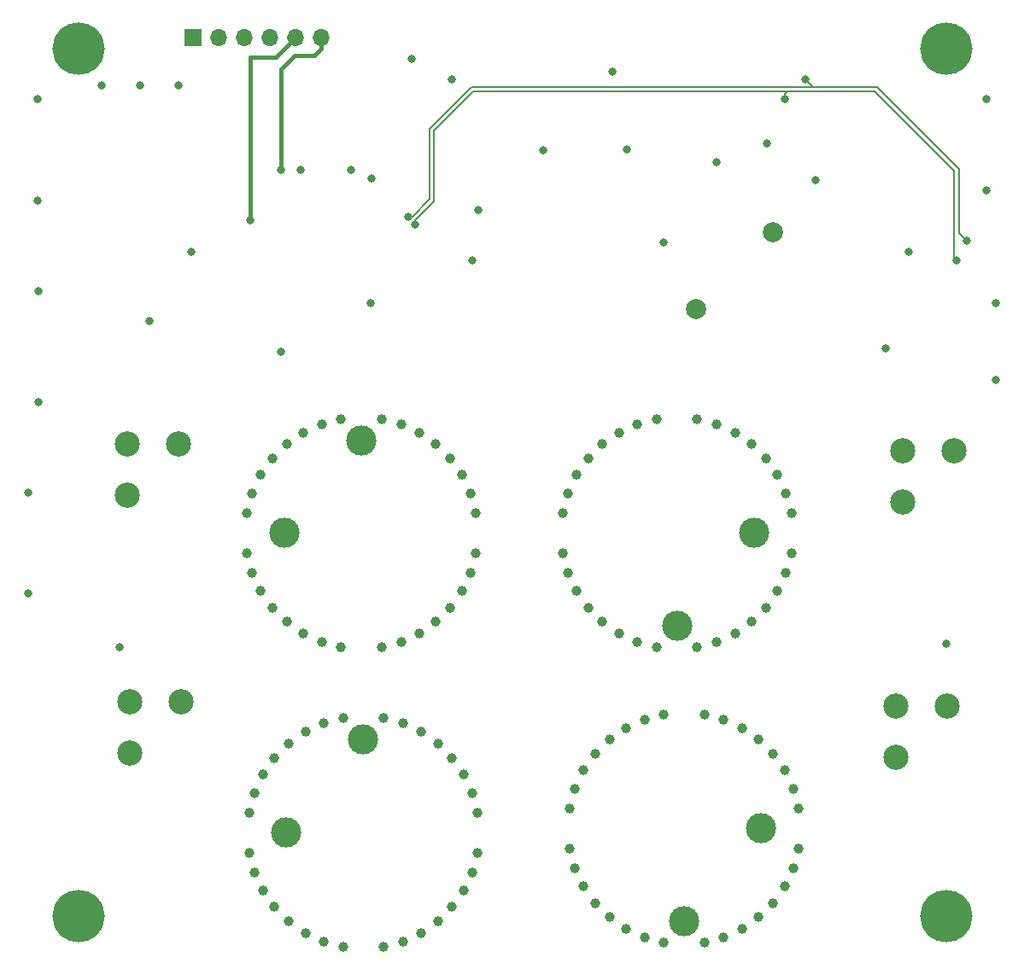
<source format=gbr>
%TF.GenerationSoftware,KiCad,Pcbnew,7.0.7*%
%TF.CreationDate,2023-11-03T16:15:28+00:00*%
%TF.ProjectId,RXLNA,52584c4e-412e-46b6-9963-61645f706362,rev?*%
%TF.SameCoordinates,Original*%
%TF.FileFunction,Copper,L2,Inr*%
%TF.FilePolarity,Positive*%
%FSLAX46Y46*%
G04 Gerber Fmt 4.6, Leading zero omitted, Abs format (unit mm)*
G04 Created by KiCad (PCBNEW 7.0.7) date 2023-11-03 16:15:28*
%MOMM*%
%LPD*%
G01*
G04 APERTURE LIST*
%TA.AperFunction,ComponentPad*%
%ADD10C,2.000000*%
%TD*%
%TA.AperFunction,ComponentPad*%
%ADD11C,3.000000*%
%TD*%
%TA.AperFunction,ComponentPad*%
%ADD12C,1.000000*%
%TD*%
%TA.AperFunction,ComponentPad*%
%ADD13C,2.500000*%
%TD*%
%TA.AperFunction,ComponentPad*%
%ADD14R,1.700000X1.700000*%
%TD*%
%TA.AperFunction,ComponentPad*%
%ADD15O,1.700000X1.700000*%
%TD*%
%TA.AperFunction,ComponentPad*%
%ADD16C,5.200000*%
%TD*%
%TA.AperFunction,ViaPad*%
%ADD17C,0.800000*%
%TD*%
%TA.AperFunction,Conductor*%
%ADD18C,0.400000*%
%TD*%
%TA.AperFunction,Conductor*%
%ADD19C,0.200000*%
%TD*%
G04 APERTURE END LIST*
D10*
%TO.N,Net-(C416-Pad1)*%
%TO.C,L401*%
X175810000Y-83190000D03*
%TO.N,Net-(C418-Pad1)*%
X168190000Y-90810000D03*
%TD*%
D11*
%TO.N,Net-(C426-Pad1)*%
%TO.C,L403*%
X127380000Y-113000000D03*
D12*
%TO.N,GND*%
X126190489Y-120392058D03*
X143809511Y-105607942D03*
X126190489Y-105607942D03*
X140750000Y-103040708D03*
X136996954Y-101674711D03*
X146325289Y-114996954D03*
X143809511Y-120392058D03*
X124193535Y-116933232D03*
X144959292Y-107250000D03*
X133003046Y-101674711D03*
X146325289Y-111003046D03*
X127607942Y-104190489D03*
X127607942Y-121809511D03*
X131066768Y-102193535D03*
X129250000Y-122959292D03*
X123674711Y-111003046D03*
X138933232Y-102193535D03*
D11*
X135000000Y-103800000D03*
D12*
X142392058Y-104190489D03*
X129250000Y-103040708D03*
X140750000Y-122959292D03*
X145806465Y-109066768D03*
X138933232Y-123806465D03*
X131066768Y-123806465D03*
X145806465Y-116933232D03*
X125040708Y-118750000D03*
X142392058Y-121809511D03*
X124193535Y-109066768D03*
X144959292Y-118750000D03*
X125040708Y-107250000D03*
X133003046Y-124325289D03*
X136996954Y-124325289D03*
X123674711Y-114996954D03*
%TD*%
D13*
%TO.N,Net-(C438-Pad2)*%
%TO.C,C439*%
X188000000Y-135240000D03*
X193070000Y-130160000D03*
%TO.N,GND*%
X188000000Y-130160000D03*
%TD*%
%TO.N,Net-(C428-Pad2)*%
%TO.C,C429*%
X111800000Y-109280000D03*
X116870000Y-104200000D03*
%TO.N,GND*%
X111800000Y-104200000D03*
%TD*%
D11*
%TO.N,Net-(C441-Pad1)*%
%TO.C,L406*%
X173920000Y-113000000D03*
D12*
%TO.N,GND*%
X162366768Y-102193535D03*
X160550000Y-122959292D03*
X155493535Y-109066768D03*
X156340708Y-107250000D03*
D11*
X166300000Y-122200000D03*
D12*
X177106465Y-116933232D03*
X175109511Y-120392058D03*
X164303046Y-101674711D03*
X176259292Y-107250000D03*
X156340708Y-118750000D03*
X176259292Y-118750000D03*
X173692058Y-104190489D03*
X158907942Y-104190489D03*
X172050000Y-122959292D03*
X168296954Y-101674711D03*
X157490489Y-120392058D03*
X172050000Y-103040708D03*
X173692058Y-121809511D03*
X160550000Y-103040708D03*
X177106465Y-109066768D03*
X154974711Y-111003046D03*
X168296954Y-124325289D03*
X154974711Y-114996954D03*
X175109511Y-105607942D03*
X170233232Y-102193535D03*
X162366768Y-123806465D03*
X177625289Y-111003046D03*
X177625289Y-114996954D03*
X155493535Y-116933232D03*
X164303046Y-124325289D03*
X157490489Y-105607942D03*
X158907942Y-121809511D03*
X170233232Y-123806465D03*
%TD*%
D13*
%TO.N,Net-(C443-Pad2)*%
%TO.C,C444*%
X193730000Y-104860000D03*
X188660000Y-109940000D03*
%TO.N,GND*%
X188660000Y-104860000D03*
%TD*%
D14*
%TO.N,GND*%
%TO.C,J404*%
X118300000Y-63900000D03*
D15*
X120840000Y-63900000D03*
%TO.N,+12V*%
X123380000Y-63900000D03*
%TO.N,GND*%
X125920000Y-63900000D03*
%TO.N,/PIN Switch/SCL_Slave*%
X128460000Y-63900000D03*
%TO.N,/PIN Switch/SDA_Slave*%
X131000000Y-63900000D03*
%TD*%
D11*
%TO.N,Net-(C436-Pad1)*%
%TO.C,L405*%
X174620000Y-142300000D03*
D12*
%TO.N,GND*%
X168996954Y-130974711D03*
X176959292Y-148050000D03*
X175809511Y-134907942D03*
X161250000Y-152259292D03*
X178325289Y-144296954D03*
X156193535Y-138366768D03*
X176959292Y-136550000D03*
X177806465Y-138366768D03*
X155674711Y-140303046D03*
X172750000Y-132340708D03*
X159607942Y-151109511D03*
X174392058Y-133490489D03*
D11*
X167000000Y-151500000D03*
D12*
X158190489Y-149692058D03*
X170933232Y-153106465D03*
X175809511Y-149692058D03*
X155674711Y-144296954D03*
X157040708Y-148050000D03*
X161250000Y-132340708D03*
X158190489Y-134907942D03*
X165003046Y-130974711D03*
X178325289Y-140303046D03*
X159607942Y-133490489D03*
X174392058Y-151109511D03*
X170933232Y-131493535D03*
X177806465Y-146233232D03*
X156193535Y-146233232D03*
X168996954Y-153625289D03*
X163066768Y-131493535D03*
X165003046Y-153625289D03*
X157040708Y-136550000D03*
X172750000Y-152259292D03*
X163066768Y-153106465D03*
%TD*%
D11*
%TO.N,Net-(C431-Pad1)*%
%TO.C,L404*%
X127580000Y-142700000D03*
D12*
%TO.N,GND*%
X124393535Y-138766768D03*
X146006465Y-146633232D03*
X146525289Y-144696954D03*
X131266768Y-153506465D03*
X129450000Y-152659292D03*
X145159292Y-136950000D03*
X124393535Y-146633232D03*
X127807942Y-151509511D03*
X144009511Y-150092058D03*
X127807942Y-133890489D03*
D11*
X135200000Y-133500000D03*
D12*
X125240708Y-148450000D03*
X139133232Y-131893535D03*
X133203046Y-154025289D03*
X146525289Y-140703046D03*
X123874711Y-140703046D03*
X140950000Y-152659292D03*
X142592058Y-151509511D03*
X145159292Y-148450000D03*
X131266768Y-131893535D03*
X133203046Y-131374711D03*
X129450000Y-132740708D03*
X137196954Y-131374711D03*
X126390489Y-150092058D03*
X139133232Y-153506465D03*
X126390489Y-135307942D03*
X140950000Y-132740708D03*
X125240708Y-136950000D03*
X137196954Y-154025289D03*
X142592058Y-133890489D03*
X123874711Y-144696954D03*
X146006465Y-138766768D03*
X144009511Y-135307942D03*
%TD*%
D13*
%TO.N,Net-(C433-Pad2)*%
%TO.C,C434*%
X112030000Y-134780000D03*
X117100000Y-129700000D03*
%TO.N,GND*%
X112030000Y-129700000D03*
%TD*%
D16*
%TO.N,GND*%
%TO.C,J405*%
X193000000Y-151000000D03*
X193000000Y-65000000D03*
X107000000Y-151000000D03*
X107000000Y-65000000D03*
%TD*%
D17*
%TO.N,GND*%
X197000000Y-79000000D03*
X187000000Y-94715500D03*
X118110000Y-85090000D03*
X103000000Y-89000000D03*
X197880000Y-97790000D03*
X159890000Y-67210000D03*
X109220000Y-68580000D03*
X134005332Y-76994668D03*
X164970000Y-84170000D03*
X103000000Y-100000000D03*
X135890000Y-90170000D03*
X170180000Y-76200000D03*
X136000000Y-77875500D03*
X144000000Y-68000000D03*
X146600000Y-81000000D03*
X113030000Y-68580000D03*
X127000000Y-95000000D03*
X140000000Y-66000000D03*
X146000000Y-86000000D03*
X175205000Y-74350000D03*
X102000000Y-109000000D03*
X161290000Y-74930000D03*
X102000000Y-119000000D03*
X111000000Y-124290000D03*
X116840000Y-68600000D03*
X197930000Y-90170000D03*
X114000000Y-92000000D03*
X129000000Y-77000000D03*
X197000000Y-70000000D03*
X102870000Y-80000000D03*
X189230000Y-85090000D03*
X180000000Y-78000000D03*
X193000000Y-124000000D03*
X102870000Y-70000000D03*
X153000000Y-75000000D03*
%TO.N,/PIN Switch/SCL_Slave*%
X124000000Y-82000000D03*
%TO.N,/PIN Switch/SDA_Slave*%
X127000000Y-77000000D03*
%TO.N,LNA_N*%
X195000000Y-84000000D03*
X179000000Y-68000000D03*
X139628768Y-81628768D03*
%TO.N,LNA_P*%
X177000000Y-70000000D03*
X194000000Y-86000000D03*
X140371232Y-82371232D03*
%TD*%
D18*
%TO.N,/PIN Switch/SCL_Slave*%
X124000000Y-65810000D02*
X126550000Y-65810000D01*
X126550000Y-65810000D02*
X128460000Y-63900000D01*
X124000000Y-82000000D02*
X124000000Y-65810000D01*
%TO.N,/PIN Switch/SDA_Slave*%
X131000000Y-65000000D02*
X131000000Y-63900000D01*
X128350000Y-65650000D02*
X130350000Y-65650000D01*
X127000000Y-77000000D02*
X127000000Y-67000000D01*
X130350000Y-65650000D02*
X131000000Y-65000000D01*
X127000000Y-67000000D02*
X128350000Y-65650000D01*
D19*
%TO.N,LNA_N*%
X145906800Y-68775000D02*
X179775000Y-68775000D01*
X179000000Y-68000000D02*
X179775000Y-68775000D01*
X179775000Y-68775000D02*
X186093200Y-68775000D01*
X194225000Y-83225000D02*
X195000000Y-84000000D01*
X186093200Y-68775000D02*
X194225000Y-76906800D01*
X194225000Y-76906800D02*
X194225000Y-83225000D01*
X141775000Y-79906801D02*
X141775000Y-72906800D01*
X141775000Y-72906800D02*
X145906800Y-68775000D01*
X140053033Y-81628768D02*
X141775000Y-79906801D01*
X139628768Y-81628768D02*
X140053033Y-81628768D01*
%TO.N,LNA_P*%
X193775000Y-77093200D02*
X193775000Y-85775000D01*
X142225000Y-73093200D02*
X146093200Y-69225000D01*
X140371232Y-82371232D02*
X140371232Y-81946967D01*
X177000000Y-70000000D02*
X177000000Y-69450000D01*
X185906800Y-69225000D02*
X193775000Y-77093200D01*
X142225000Y-80093199D02*
X142225000Y-73093200D01*
X193775000Y-85775000D02*
X194000000Y-86000000D01*
X140371232Y-81946967D02*
X142225000Y-80093199D01*
X177225000Y-69225000D02*
X178225000Y-69225000D01*
X146093200Y-69225000D02*
X177225000Y-69225000D01*
X177000000Y-69450000D02*
X177225000Y-69225000D01*
X178225000Y-69225000D02*
X185906800Y-69225000D01*
%TD*%
M02*

</source>
